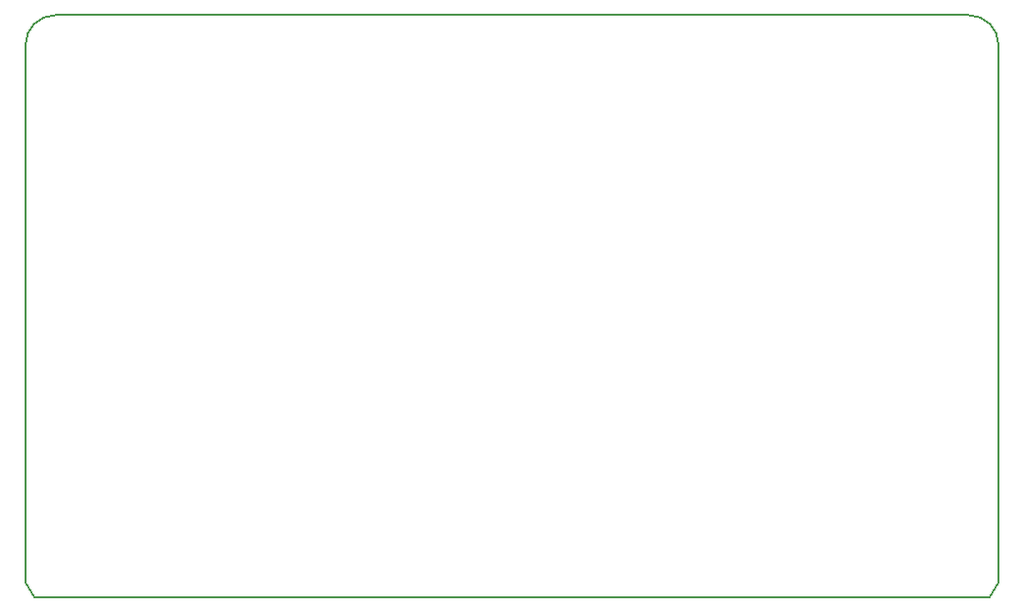
<source format=gbr>
G04 #@! TF.GenerationSoftware,KiCad,Pcbnew,(2017-02-04 revision 9a6e5734b)-master*
G04 #@! TF.CreationDate,2017-03-24T17:30:25+01:00*
G04 #@! TF.ProjectId,mega-wifi,6D6567612D776966692E6B696361645F,A1*
G04 #@! TF.FileFunction,Profile,NP*
%FSLAX46Y46*%
G04 Gerber Fmt 4.6, Leading zero omitted, Abs format (unit mm)*
G04 Created by KiCad (PCBNEW (2017-02-04 revision 9a6e5734b)-master) date Fri Mar 24 17:30:25 2017*
%MOMM*%
%LPD*%
G01*
G04 APERTURE LIST*
%ADD10C,0.100000*%
%ADD11C,0.200000*%
G04 APERTURE END LIST*
D10*
D11*
X106680000Y-80010000D02*
G75*
G03X104140000Y-82550000I0J-2540000D01*
G01*
X187960000Y-82550000D02*
G75*
G03X185420000Y-80010000I-2540000J0D01*
G01*
X187960000Y-128905000D02*
X187198000Y-130175000D01*
X104902000Y-130175000D02*
X104140000Y-128905000D01*
X104140000Y-82550000D02*
X104140000Y-128905000D01*
X185420000Y-80010000D02*
X106680000Y-80010000D01*
X187960000Y-128905000D02*
X187960000Y-82550000D01*
X104902000Y-130175000D02*
X187198000Y-130175000D01*
M02*

</source>
